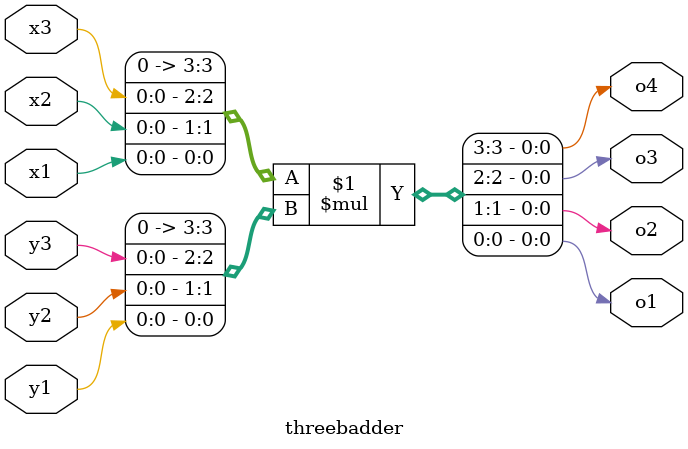
<source format=v>
module threebadder
(
 input x1, x2, x3,
 input y1, y2, y3,
 
 output o1, o2, o3, o4
 );

assign {o4, o3, o2, o1} =  {x3,x2,x1} * {y3,y2,y1};
 
endmodule
</source>
